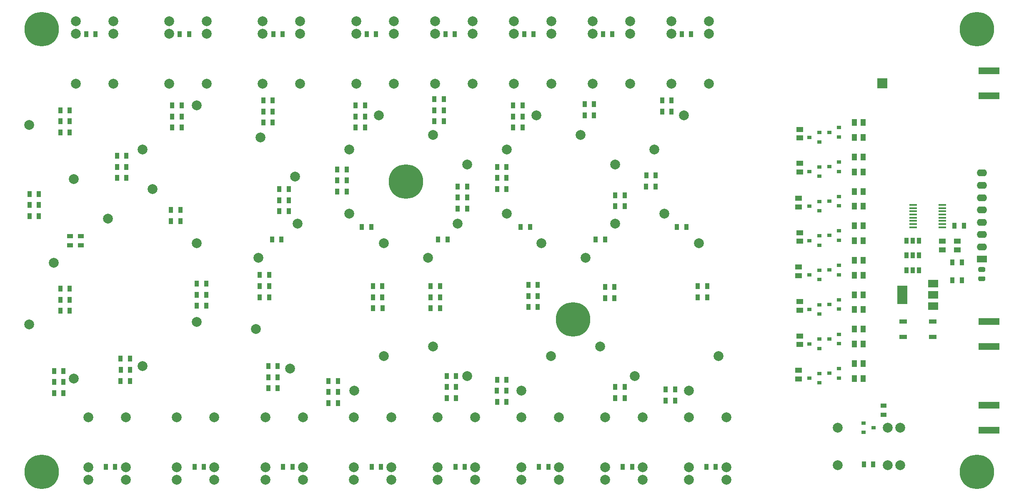
<source format=gbs>
G04 #@! TF.GenerationSoftware,KiCad,Pcbnew,5.1.12-84ad8e8a86~92~ubuntu20.04.1*
G04 #@! TF.CreationDate,2022-02-12T14:31:20-08:00*
G04 #@! TF.ProjectId,lp_filter_8_bands,6c705f66-696c-4746-9572-5f385f62616e,rev?*
G04 #@! TF.SameCoordinates,Original*
G04 #@! TF.FileFunction,Soldermask,Bot*
G04 #@! TF.FilePolarity,Negative*
%FSLAX46Y46*%
G04 Gerber Fmt 4.6, Leading zero omitted, Abs format (unit mm)*
G04 Created by KiCad (PCBNEW 5.1.12-84ad8e8a86~92~ubuntu20.04.1) date 2022-02-12 14:31:20*
%MOMM*%
%LPD*%
G01*
G04 APERTURE LIST*
%ADD10C,2.000000*%
%ADD11R,4.200000X1.350000*%
%ADD12R,1.600000X0.900000*%
%ADD13R,0.900000X1.300000*%
%ADD14R,1.300000X0.900000*%
%ADD15R,0.900000X0.800000*%
%ADD16O,2.100000X1.400000*%
%ADD17R,2.100000X1.400000*%
%ADD18R,1.400000X1.100000*%
%ADD19R,2.032000X2.032000*%
%ADD20R,1.100000X1.400000*%
%ADD21R,0.965200X1.270000*%
%ADD22R,1.500000X0.450000*%
%ADD23R,2.000000X3.800000*%
%ADD24R,2.000000X1.500000*%
%ADD25C,0.800000*%
%ADD26C,7.000000*%
G04 APERTURE END LIST*
D10*
X229420000Y-143640000D03*
X226880000Y-143640000D03*
X229420000Y-136020000D03*
X226880000Y-136020000D03*
X216720000Y-136020000D03*
X216720000Y-143640000D03*
X88540000Y-53380000D03*
X88540000Y-55920000D03*
X80920000Y-53380000D03*
X80920000Y-55920000D03*
X80920000Y-66080000D03*
X88540000Y-66080000D03*
D11*
X247500000Y-131450000D03*
X247500000Y-136550000D03*
X247500000Y-114450000D03*
X247500000Y-119550000D03*
X247500000Y-63450000D03*
X247500000Y-68550000D03*
D10*
X124500000Y-121500000D03*
X118500000Y-128500000D03*
X117500000Y-92500000D03*
X124500000Y-98500000D03*
X123500000Y-72500000D03*
X117500000Y-79500000D03*
X134500000Y-119500000D03*
X141500000Y-125500000D03*
X139500000Y-94500000D03*
X133500000Y-101500000D03*
X134500000Y-76500000D03*
X141500000Y-82500000D03*
X158500000Y-121500000D03*
X152500000Y-128500000D03*
X149500000Y-92500000D03*
X156500000Y-98500000D03*
X155500000Y-72500000D03*
X149500000Y-79500000D03*
X168500000Y-119500000D03*
X175500000Y-125500000D03*
X171500000Y-94500000D03*
X165500000Y-101500000D03*
X164500000Y-76500000D03*
X171500000Y-82500000D03*
X192500000Y-121500000D03*
X186500000Y-128500000D03*
X181500000Y-92500000D03*
X188500000Y-98500000D03*
X185500000Y-72500000D03*
X179500000Y-79500000D03*
X98500000Y-116000000D03*
X105500000Y-124000000D03*
X107000000Y-94500000D03*
X99000000Y-101500000D03*
X99500000Y-77000000D03*
X106500000Y-85000000D03*
X86500000Y-114500000D03*
X75500000Y-123500000D03*
X77500000Y-87500000D03*
X86500000Y-98500000D03*
X86500000Y-70500000D03*
X75500000Y-79500000D03*
X52500000Y-115000000D03*
X61500000Y-126000000D03*
X57500000Y-102500000D03*
X68500000Y-93500000D03*
X52500000Y-74500000D03*
X61500000Y-85500000D03*
D12*
X236010000Y-117550000D03*
X236010000Y-114450000D03*
X230010000Y-114450000D03*
X230010000Y-117550000D03*
D13*
X240447500Y-94990000D03*
X242352500Y-94990000D03*
X240047500Y-106010000D03*
X241952500Y-106010000D03*
X81297500Y-91750000D03*
X83202500Y-91750000D03*
X81297500Y-93990000D03*
X83202500Y-93990000D03*
X71047500Y-122010000D03*
X72952500Y-122010000D03*
X73000000Y-124250000D03*
X71095000Y-124250000D03*
X71047500Y-126510000D03*
X72952500Y-126510000D03*
X88452500Y-111240000D03*
X86547500Y-111240000D03*
X86547500Y-108990000D03*
X88452500Y-108990000D03*
X88452500Y-106740000D03*
X86547500Y-106740000D03*
X72202500Y-85260000D03*
X70297500Y-85260000D03*
X70297500Y-83010000D03*
X72202500Y-83010000D03*
X72202500Y-80760000D03*
X70297500Y-80760000D03*
X81547500Y-70510000D03*
X83452500Y-70510000D03*
X83452500Y-72760000D03*
X81547500Y-72760000D03*
X81547500Y-75010000D03*
X83452500Y-75010000D03*
X101797500Y-97760000D03*
X103702500Y-97760000D03*
X102952500Y-128010000D03*
X101047500Y-128010000D03*
X101047500Y-125760000D03*
X102952500Y-125760000D03*
X102952500Y-123510000D03*
X101047500Y-123510000D03*
X101202500Y-109490000D03*
X99297500Y-109490000D03*
X99297500Y-107240000D03*
X101202500Y-107240000D03*
X99297500Y-104990000D03*
X101202500Y-104990000D03*
X103297500Y-92010000D03*
X105202500Y-92010000D03*
X105202500Y-89760000D03*
X103297500Y-89760000D03*
X103297500Y-87510000D03*
X105202500Y-87510000D03*
X101952500Y-73990000D03*
X100047500Y-73990000D03*
X101952500Y-71740000D03*
X100047500Y-71740000D03*
X100047500Y-69490000D03*
X101952500Y-69490000D03*
X120047500Y-95240000D03*
X121952500Y-95240000D03*
X113297500Y-131010000D03*
X115202500Y-131010000D03*
X113297500Y-128760000D03*
X115202500Y-128760000D03*
X115202500Y-126510000D03*
X113297500Y-126510000D03*
X124250000Y-111750000D03*
X122345000Y-111750000D03*
X122297500Y-109510000D03*
X124202500Y-109510000D03*
X122297500Y-107260000D03*
X124202500Y-107260000D03*
X115047500Y-88010000D03*
X116952500Y-88010000D03*
X115047500Y-85760000D03*
X116952500Y-85760000D03*
X116952500Y-83510000D03*
X115047500Y-83510000D03*
X120702500Y-75010000D03*
X118797500Y-75010000D03*
X120702500Y-72760000D03*
X118797500Y-72760000D03*
X118797500Y-70510000D03*
X120702500Y-70510000D03*
X137452500Y-97760000D03*
X135547500Y-97760000D03*
X137297500Y-130010000D03*
X139202500Y-130010000D03*
X139202500Y-127760000D03*
X137297500Y-127760000D03*
X139202500Y-125510000D03*
X137297500Y-125510000D03*
X134047500Y-111740000D03*
X135952500Y-111740000D03*
X135952500Y-109490000D03*
X134047500Y-109490000D03*
X135952500Y-107240000D03*
X134047500Y-107240000D03*
X141452500Y-91490000D03*
X139547500Y-91490000D03*
X139547500Y-89240000D03*
X141452500Y-89240000D03*
X139547500Y-86990000D03*
X141452500Y-86990000D03*
X136702500Y-73740000D03*
X134797500Y-73740000D03*
X134797500Y-71490000D03*
X136702500Y-71490000D03*
X136702500Y-69240000D03*
X134797500Y-69240000D03*
X152297500Y-95240000D03*
X154202500Y-95240000D03*
X149452500Y-130760000D03*
X147547500Y-130760000D03*
X149405000Y-128500000D03*
X147500000Y-128500000D03*
X147547500Y-126260000D03*
X149452500Y-126260000D03*
X153897500Y-111510000D03*
X155802500Y-111510000D03*
X155802500Y-109260000D03*
X153897500Y-109260000D03*
X153897500Y-107010000D03*
X155802500Y-107010000D03*
X149452500Y-87510000D03*
X147547500Y-87510000D03*
X147547500Y-85260000D03*
X149452500Y-85260000D03*
X149452500Y-83010000D03*
X147547500Y-83010000D03*
X150797500Y-75010000D03*
X152702500Y-75010000D03*
X152702500Y-72760000D03*
X150797500Y-72760000D03*
X152702500Y-70510000D03*
X150797500Y-70510000D03*
X167547500Y-97760000D03*
X169452500Y-97760000D03*
X173452500Y-130010000D03*
X171547500Y-130010000D03*
X173452500Y-127760000D03*
X171547500Y-127760000D03*
X171352500Y-109690000D03*
X169447500Y-109690000D03*
X171352500Y-107440000D03*
X169447500Y-107440000D03*
X173452500Y-90990000D03*
X171547500Y-90990000D03*
X171547500Y-88740000D03*
X173452500Y-88740000D03*
X165297500Y-72490000D03*
X167202500Y-72490000D03*
X167202500Y-70240000D03*
X165297500Y-70240000D03*
X184047500Y-95240000D03*
X185952500Y-95240000D03*
X181797500Y-130510000D03*
X183702500Y-130510000D03*
X181797500Y-128260000D03*
X183702500Y-128260000D03*
X188297500Y-109510000D03*
X190202500Y-109510000D03*
X190202500Y-107260000D03*
X188297500Y-107260000D03*
X177797500Y-87010000D03*
X179702500Y-87010000D03*
X179750000Y-84750000D03*
X177845000Y-84750000D03*
X182952500Y-71760000D03*
X181047500Y-71760000D03*
X182952500Y-69510000D03*
X181047500Y-69510000D03*
D14*
X60760000Y-97047500D03*
X60760000Y-98952500D03*
X63010000Y-98952500D03*
X63010000Y-97047500D03*
D13*
X59452500Y-129010000D03*
X57547500Y-129010000D03*
X57547500Y-126750000D03*
X59452500Y-126750000D03*
X59452500Y-124510000D03*
X57547500Y-124510000D03*
X60702500Y-112240000D03*
X58797500Y-112240000D03*
X60702500Y-109990000D03*
X58797500Y-109990000D03*
X58797500Y-107740000D03*
X60702500Y-107740000D03*
X52547500Y-88510000D03*
X54452500Y-88510000D03*
X52547500Y-90760000D03*
X54452500Y-90760000D03*
X52547500Y-93010000D03*
X54452500Y-93010000D03*
X58797500Y-75990000D03*
X60702500Y-75990000D03*
X60702500Y-73740000D03*
X58797500Y-73740000D03*
X58797500Y-71490000D03*
X60702500Y-71490000D03*
D15*
X221990000Y-136980000D03*
X221990000Y-135080000D03*
X223990000Y-136030000D03*
X211010000Y-83970000D03*
X213010000Y-84920000D03*
X213010000Y-83020000D03*
X213010000Y-90020000D03*
X213010000Y-91920000D03*
X211010000Y-90970000D03*
X211010000Y-97970000D03*
X213010000Y-98920000D03*
X213010000Y-97020000D03*
X213010000Y-104020000D03*
X213010000Y-105920000D03*
X211010000Y-104970000D03*
X211010000Y-111970000D03*
X213010000Y-112920000D03*
X213010000Y-111020000D03*
X211010000Y-118970000D03*
X213010000Y-119920000D03*
X213010000Y-118020000D03*
X213010000Y-125020000D03*
X213010000Y-126920000D03*
X211010000Y-125970000D03*
X213010000Y-76020000D03*
X213010000Y-77920000D03*
X211010000Y-76970000D03*
D16*
X246000000Y-99250000D03*
X246000000Y-96750000D03*
D17*
X246000000Y-101750000D03*
D16*
X246000000Y-94250000D03*
X246000000Y-91750000D03*
X246000000Y-89250000D03*
X246000000Y-86750000D03*
X246000000Y-84250000D03*
D10*
X82460000Y-133920000D03*
X90080000Y-133920000D03*
X90080000Y-144080000D03*
X90080000Y-146620000D03*
X82460000Y-144080000D03*
X82460000Y-146620000D03*
X100460000Y-133920000D03*
X108080000Y-133920000D03*
X108080000Y-144080000D03*
X108080000Y-146620000D03*
X100460000Y-144080000D03*
X100460000Y-146620000D03*
X107540000Y-53380000D03*
X107540000Y-55920000D03*
X99920000Y-53380000D03*
X99920000Y-55920000D03*
X99920000Y-66080000D03*
X107540000Y-66080000D03*
X118460000Y-146620000D03*
X118460000Y-144080000D03*
X126080000Y-146620000D03*
X126080000Y-144080000D03*
X126080000Y-133920000D03*
X118460000Y-133920000D03*
X126540000Y-66080000D03*
X118920000Y-66080000D03*
X118920000Y-55920000D03*
X118920000Y-53380000D03*
X126540000Y-55920000D03*
X126540000Y-53380000D03*
X135460000Y-146620000D03*
X135460000Y-144080000D03*
X143080000Y-146620000D03*
X143080000Y-144080000D03*
X143080000Y-133920000D03*
X135460000Y-133920000D03*
X142540000Y-66080000D03*
X134920000Y-66080000D03*
X134920000Y-55920000D03*
X134920000Y-53380000D03*
X142540000Y-55920000D03*
X142540000Y-53380000D03*
X152460000Y-146620000D03*
X152460000Y-144080000D03*
X160080000Y-146620000D03*
X160080000Y-144080000D03*
X160080000Y-133920000D03*
X152460000Y-133920000D03*
X158540000Y-66080000D03*
X150920000Y-66080000D03*
X150920000Y-55920000D03*
X150920000Y-53380000D03*
X158540000Y-55920000D03*
X158540000Y-53380000D03*
X169460000Y-133920000D03*
X177080000Y-133920000D03*
X177080000Y-144080000D03*
X177080000Y-146620000D03*
X169460000Y-144080000D03*
X169460000Y-146620000D03*
X174540000Y-53380000D03*
X174540000Y-55920000D03*
X166920000Y-53380000D03*
X166920000Y-55920000D03*
X166920000Y-66080000D03*
X174540000Y-66080000D03*
X186460000Y-146620000D03*
X186460000Y-144080000D03*
X194080000Y-146620000D03*
X194080000Y-144080000D03*
X194080000Y-133920000D03*
X186460000Y-133920000D03*
X190540000Y-66080000D03*
X182920000Y-66080000D03*
X182920000Y-55920000D03*
X182920000Y-53380000D03*
X190540000Y-55920000D03*
X190540000Y-53380000D03*
X64460000Y-146620000D03*
X64460000Y-144080000D03*
X72080000Y-146620000D03*
X72080000Y-144080000D03*
X72080000Y-133920000D03*
X64460000Y-133920000D03*
X69540000Y-66080000D03*
X61920000Y-66080000D03*
X61920000Y-55920000D03*
X61920000Y-53380000D03*
X69540000Y-55920000D03*
X69540000Y-53380000D03*
D18*
X209010000Y-82250000D03*
X209010000Y-84000000D03*
X208760000Y-91125000D03*
X208760000Y-89375000D03*
X209010000Y-98125000D03*
X209010000Y-96375000D03*
X208760000Y-103375000D03*
X208760000Y-105125000D03*
X209010000Y-110375000D03*
X209010000Y-112125000D03*
X209010000Y-117375000D03*
X209010000Y-119125000D03*
X208760000Y-126125000D03*
X208760000Y-124375000D03*
X209010000Y-77125000D03*
X209010000Y-75375000D03*
D19*
X225800000Y-66000000D03*
D15*
X215010000Y-75970000D03*
X217010000Y-76920000D03*
X217010000Y-75020000D03*
X217010000Y-82020000D03*
X217010000Y-83920000D03*
X215010000Y-82970000D03*
X217010000Y-89020000D03*
X217010000Y-90920000D03*
X215010000Y-89970000D03*
X217010000Y-96000000D03*
X217010000Y-97900000D03*
X215010000Y-96950000D03*
X215010000Y-103970000D03*
X217010000Y-104920000D03*
X217010000Y-103020000D03*
X217010000Y-110020000D03*
X217010000Y-111920000D03*
X215010000Y-110970000D03*
X215010000Y-117970000D03*
X217010000Y-118920000D03*
X217010000Y-117020000D03*
X215010000Y-124970000D03*
X217010000Y-125920000D03*
X217010000Y-124020000D03*
D20*
X220125000Y-73990000D03*
X221875000Y-73990000D03*
X220125000Y-77010000D03*
X221875000Y-77010000D03*
X220125000Y-80990000D03*
X221875000Y-80990000D03*
X220125000Y-84010000D03*
X221875000Y-84010000D03*
D18*
X241010000Y-99875000D03*
X241010000Y-98125000D03*
X238010000Y-98125000D03*
X238010000Y-99875000D03*
D20*
X220125000Y-87990000D03*
X221875000Y-87990000D03*
X220125000Y-91010000D03*
X221875000Y-91010000D03*
X220125000Y-94990000D03*
X221875000Y-94990000D03*
X220125000Y-98010000D03*
X221875000Y-98010000D03*
X220125000Y-101990000D03*
X221875000Y-101990000D03*
X220125000Y-105010000D03*
X221875000Y-105010000D03*
X220125000Y-108990000D03*
X221875000Y-108990000D03*
X220125000Y-112010000D03*
X221875000Y-112010000D03*
X220125000Y-115990000D03*
X221875000Y-115990000D03*
X221875000Y-119010000D03*
X220125000Y-119010000D03*
X221875000Y-122990000D03*
X220125000Y-122990000D03*
X220125000Y-126010000D03*
X221875000Y-126010000D03*
D21*
X230730000Y-98000000D03*
X232000000Y-98000000D03*
X233270000Y-98000000D03*
X233270000Y-101000000D03*
X232000000Y-101000000D03*
X230730000Y-101000000D03*
X233270000Y-104000000D03*
X232000000Y-104000000D03*
X230730000Y-104000000D03*
D22*
X232050000Y-95275000D03*
X232050000Y-94625000D03*
X232050000Y-93975000D03*
X232050000Y-93325000D03*
X232050000Y-92675000D03*
X232050000Y-92025000D03*
X232050000Y-91375000D03*
X232050000Y-90725000D03*
X237950000Y-90725000D03*
X237950000Y-91375000D03*
X237950000Y-92025000D03*
X237950000Y-92675000D03*
X237950000Y-93325000D03*
X237950000Y-93975000D03*
X237950000Y-94625000D03*
X237950000Y-95275000D03*
D23*
X229850000Y-109000000D03*
D24*
X236150000Y-109000000D03*
X236150000Y-111300000D03*
X236150000Y-106700000D03*
D13*
X240047500Y-102410000D03*
X241952500Y-102410000D03*
X87952500Y-144010000D03*
X86047500Y-144010000D03*
X84952500Y-55990000D03*
X83047500Y-55990000D03*
X104047500Y-144010000D03*
X105952500Y-144010000D03*
X102047500Y-55990000D03*
X103952500Y-55990000D03*
X123952500Y-144010000D03*
X122047500Y-144010000D03*
X122952500Y-55990000D03*
X121047500Y-55990000D03*
X140952500Y-144010000D03*
X139047500Y-144010000D03*
X138952500Y-55990000D03*
X137047500Y-55990000D03*
X157952500Y-144010000D03*
X156047500Y-144010000D03*
X154952500Y-55990000D03*
X153047500Y-55990000D03*
X174952500Y-144010000D03*
X173047500Y-144010000D03*
X170952500Y-55990000D03*
X169047500Y-55990000D03*
X190047500Y-144010000D03*
X191952500Y-144010000D03*
X185047500Y-55990000D03*
X186952500Y-55990000D03*
X69952500Y-144010000D03*
X68047500Y-144010000D03*
X65952500Y-55990000D03*
X64047500Y-55990000D03*
D14*
X226000000Y-131500000D03*
X226000000Y-133405000D03*
D13*
X222047500Y-143490000D03*
X223952500Y-143490000D03*
G36*
G01*
X245543750Y-103375000D02*
X246456250Y-103375000D01*
G75*
G02*
X246700000Y-103618750I0J-243750D01*
G01*
X246700000Y-104106250D01*
G75*
G02*
X246456250Y-104350000I-243750J0D01*
G01*
X245543750Y-104350000D01*
G75*
G02*
X245300000Y-104106250I0J243750D01*
G01*
X245300000Y-103618750D01*
G75*
G02*
X245543750Y-103375000I243750J0D01*
G01*
G37*
G36*
G01*
X245543750Y-105250000D02*
X246456250Y-105250000D01*
G75*
G02*
X246700000Y-105493750I0J-243750D01*
G01*
X246700000Y-105981250D01*
G75*
G02*
X246456250Y-106225000I-243750J0D01*
G01*
X245543750Y-106225000D01*
G75*
G02*
X245300000Y-105981250I0J243750D01*
G01*
X245300000Y-105493750D01*
G75*
G02*
X245543750Y-105250000I243750J0D01*
G01*
G37*
D25*
X56856155Y-53143845D03*
X55000000Y-52375000D03*
X53143845Y-53143845D03*
X52375000Y-55000000D03*
X53143845Y-56856155D03*
X55000000Y-57625000D03*
X56856155Y-56856155D03*
X57625000Y-55000000D03*
D26*
X55000000Y-55000000D03*
X245000000Y-55000000D03*
D25*
X247625000Y-55000000D03*
X246856155Y-56856155D03*
X245000000Y-57625000D03*
X243143845Y-56856155D03*
X242375000Y-55000000D03*
X243143845Y-53143845D03*
X245000000Y-52375000D03*
X246856155Y-53143845D03*
X246856155Y-143143845D03*
X245000000Y-142375000D03*
X243143845Y-143143845D03*
X242375000Y-145000000D03*
X243143845Y-146856155D03*
X245000000Y-147625000D03*
X246856155Y-146856155D03*
X247625000Y-145000000D03*
D26*
X245000000Y-145000000D03*
X55000000Y-145000000D03*
D25*
X57625000Y-145000000D03*
X56856155Y-146856155D03*
X55000000Y-147625000D03*
X53143845Y-146856155D03*
X52375000Y-145000000D03*
X53143845Y-143143845D03*
X55000000Y-142375000D03*
X56856155Y-143143845D03*
X130856155Y-84143845D03*
X129000000Y-83375000D03*
X127143845Y-84143845D03*
X126375000Y-86000000D03*
X127143845Y-87856155D03*
X129000000Y-88625000D03*
X130856155Y-87856155D03*
X131625000Y-86000000D03*
D26*
X129000000Y-86000000D03*
X163000000Y-114000000D03*
D25*
X165625000Y-114000000D03*
X164856155Y-115856155D03*
X163000000Y-116625000D03*
X161143845Y-115856155D03*
X160375000Y-114000000D03*
X161143845Y-112143845D03*
X163000000Y-111375000D03*
X164856155Y-112143845D03*
M02*

</source>
